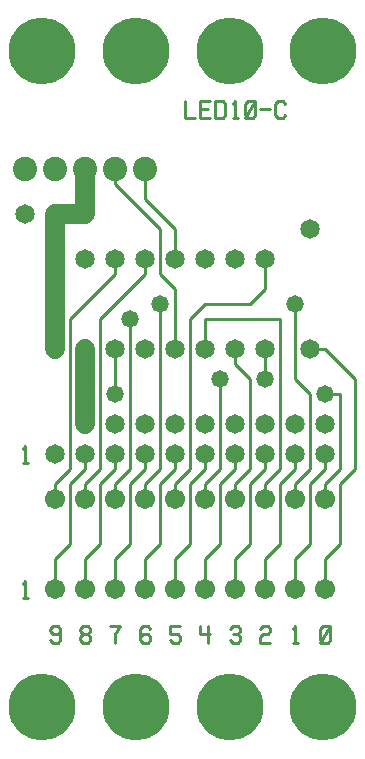
<source format=gtl>
%MOIN*%
%FSLAX25Y25*%
G04 D10 used for Character Trace; *
G04     Circle (OD=.01000) (No hole)*
G04 D11 used for Power Trace; *
G04     Circle (OD=.06700) (No hole)*
G04 D12 used for Signal Trace; *
G04     Circle (OD=.01100) (No hole)*
G04 D13 used for Via; *
G04     Circle (OD=.05800) (Round. Hole ID=.02800)*
G04 D14 used for Component hole; *
G04     Circle (OD=.06500) (Round. Hole ID=.03500)*
G04 D15 used for Component hole; *
G04     Circle (OD=.06700) (Round. Hole ID=.04300)*
G04 D16 used for Component hole; *
G04     Circle (OD=.08100) (Round. Hole ID=.05100)*
G04 D17 used for Component hole; *
G04     Circle (OD=.08900) (Round. Hole ID=.05900)*
G04 D18 used for Component hole; *
G04     Circle (OD=.11300) (Round. Hole ID=.08300)*
G04 D19 used for Component hole; *
G04     Circle (OD=.16000) (Round. Hole ID=.13000)*
G04 D20 used for Component hole; *
G04     Circle (OD=.18300) (Round. Hole ID=.15300)*
G04 D21 used for Component hole; *
G04     Circle (OD=.22291) (Round. Hole ID=.19291)*
%ADD10C,.01000*%
%ADD11C,.06700*%
%ADD12C,.01100*%
%ADD13C,.05800*%
%ADD14C,.06500*%
%ADD15C,.06700*%
%ADD16C,.08100*%
%ADD17C,.08900*%
%ADD18C,.11300*%
%ADD19C,.16000*%
%ADD20C,.18300*%
%ADD21C,.22291*%
%IPPOS*%
%LPD*%
G90*X0Y0D02*D21*X15625Y15625D03*D10*              
X38326Y42871D02*X41674D01*X40000Y40000D01*        
Y37129D01*X29163Y40000D02*X28326Y40957D01*        
Y41914D01*X29163Y42871D01*X30837D01*              
X31674Y41914D01*Y40957D01*X30837Y40000D01*        
X29163D01*X28326Y39043D01*Y38086D01*              
X29163Y37129D01*X30837D01*X31674Y38086D01*        
Y39043D01*X30837Y40000D01*X21674Y40957D02*        
X20837Y40000D01*X19163D01*X18326Y40957D01*        
Y41914D01*X19163Y42871D01*X20837D01*              
X21674Y41914D01*Y38086D01*X20837Y37129D01*        
X19163D01*X18326Y38086D01*D21*X46875Y15625D03*D10*
X51674Y41914D02*X50837Y42871D01*X49163D01*        
X48326Y41914D01*Y38086D01*X49163Y37129D01*        
X50837D01*X51674Y38086D01*Y39043D01*              
X50837Y40000D01*X49163D01*X48326Y39043D01*D15*    
X50000Y55000D03*D12*Y65000D01*X55000Y70000D01*    
Y90000D01*X60000Y95000D01*Y100000D01*D14*D03*D12* 
Y90000D02*X65000Y95000D01*X60000Y85000D02*        
Y90000D01*D15*Y85000D03*D12*X65000Y70000D02*      
Y90000D01*X60000Y65000D02*X65000Y70000D01*        
X60000Y55000D02*Y65000D01*D15*Y55000D03*D12*      
X70000D02*Y65000D01*D15*Y55000D03*D12*X80000D02*  
Y65000D01*D15*Y55000D03*D12*X90000D02*Y65000D01*  
D15*Y55000D03*D12*X100000D02*Y65000D01*D15*       
Y55000D03*D12*X110000D02*Y65000D01*D15*Y55000D03* 
D12*X100000Y65000D02*X105000Y70000D01*Y90000D01*  
X110000Y95000D01*Y100000D01*D14*D03*D12*Y90000D02*
X115000Y95000D01*X110000Y85000D02*Y90000D01*D15*  
Y85000D03*D12*X115000Y70000D02*Y90000D01*         
X110000Y65000D02*X115000Y70000D01*X90000Y65000D02*
X95000Y70000D01*Y90000D01*X100000Y95000D01*       
Y100000D01*D14*D03*D12*Y90000D02*X105000Y95000D01*
X100000Y85000D02*Y90000D01*D15*Y85000D03*D12*     
X85000Y90000D02*X90000Y95000D01*X85000Y70000D02*  
Y90000D01*X80000Y65000D02*X85000Y70000D01*        
X70000Y65000D02*X75000Y70000D01*Y90000D01*        
X80000Y95000D01*Y100000D01*D14*D03*D12*Y90000D02* 
X85000Y95000D01*X80000Y85000D02*Y90000D01*D15*    
Y85000D03*D12*X90000Y95000D02*Y100000D01*D14*D03* 
D12*Y90000D02*X95000Y95000D01*X90000Y85000D02*    
Y90000D01*D15*Y85000D03*D12*X95000Y95000D02*      
Y145000D01*X70000D01*Y135000D01*D14*D03*D12*      
X85000Y125000D02*X80000Y130000D01*X85000Y95000D02*
Y125000D01*X70000Y90000D02*X75000Y95000D01*       
X70000Y85000D02*Y90000D01*D15*Y85000D03*D12*      
X65000Y90000D02*X70000Y95000D01*Y100000D01*D14*   
D03*D12*X75000Y95000D02*Y125000D01*D13*D03*D12*   
X80000Y130000D02*Y135000D01*D14*D03*D13*          
X90000Y125000D03*D12*Y135000D01*D14*D03*D12*      
X105000Y120000D02*X100000Y125000D01*              
X105000Y95000D02*Y120000D01*X115000Y90000D02*     
X120000Y95000D01*Y125000D01*X110000Y135000D01*    
X105000D01*D14*D03*D12*X100000Y125000D02*         
Y150000D01*D13*D03*D12*X85000D02*X90000Y155000D01*
X70000Y150000D02*X85000D01*X65000Y145000D02*      
X70000Y150000D01*X65000Y95000D02*Y145000D01*      
X50000Y90000D02*X55000Y95000D01*X50000Y85000D02*  
Y90000D01*D15*Y85000D03*D12*X45000Y70000D02*      
Y90000D01*X40000Y65000D02*X45000Y70000D01*        
X40000Y55000D02*Y65000D01*D15*Y55000D03*D12*      
X30000D02*Y65000D01*D15*Y55000D03*D12*X20000D02*  
Y65000D01*D15*Y55000D03*D12*X30000Y65000D02*      
X35000Y70000D01*Y90000D01*X40000Y95000D01*        
Y100000D01*D14*D03*D12*Y90000D02*X45000Y95000D01* 
X40000Y85000D02*Y90000D01*D15*Y85000D03*D12*      
X45000Y90000D02*X50000Y95000D01*Y100000D01*D14*   
D03*D12*X55000Y95000D02*Y150000D01*D13*D03*D12*   
X60000Y135000D02*Y155000D01*D14*Y135000D03*       
X50000D03*D13*X45000Y145000D03*D12*Y95000D01*     
X30000Y90000D02*X35000Y95000D01*X30000Y85000D02*  
Y90000D01*D15*Y85000D03*D12*X25000Y70000D02*      
Y90000D01*X20000Y65000D02*X25000Y70000D01*D10*    
X9163Y56914D02*X10000Y57871D01*Y52129D01*X9163D02*
X10837D01*D15*X20000Y85000D03*D12*Y90000D01*      
X25000Y95000D01*Y145000D01*X40000Y160000D01*      
Y165000D01*D14*D03*D12*X35000Y145000D02*          
X50000Y160000D01*X35000Y95000D02*Y145000D01*D14*  
X30000Y100000D03*D12*Y95000D01*X25000Y90000D01*   
D14*X20000Y100000D03*D10*X9163Y101914D02*         
X10000Y102871D01*Y97129D01*X9163D02*X10837D01*D14*
X40000Y110000D03*X30000D03*D11*Y135000D01*D14*D03*
X40000D03*D12*Y120000D01*D13*D03*D14*             
X50000Y110000D03*D13*X20000Y135000D03*D11*        
Y180000D01*X30000D01*D14*D03*D11*Y195000D01*D16*  
D03*D12*X55000Y175000D02*X40000Y190000D01*        
X55000Y160000D02*Y175000D01*X60000Y155000D02*     
X55000Y160000D01*D14*X70000Y165000D03*X50000D03*  
D12*Y160000D01*D14*X60000Y165000D03*D12*          
Y175000D01*X50000Y185000D01*Y195000D01*D16*D03*   
X40000D03*D12*Y190000D01*D16*X20000Y195000D03*D10*
X63326Y217871D02*Y212129D01*X66674D01*X71674D02*  
X68326D01*Y217871D01*X71674D01*X68326Y215000D02*  
X70837D01*X73326Y212129D02*Y217871D01*X75837D01*  
X76674Y216914D01*Y213086D01*X75837Y212129D01*     
X73326D01*X79163Y216914D02*X80000Y217871D01*      
Y212129D01*X79163D02*X80837D01*X86674Y213086D02*  
X85837Y212129D01*X84163D01*X83326Y213086D01*      
Y216914D01*X84163Y217871D01*X85837D01*            
X86674Y216914D01*Y213086D01*X83326Y212129D02*     
X86674Y217871D01*X88326Y215000D02*X91674D01*      
X96674Y213086D02*X95837Y212129D01*X94163D01*      
X93326Y213086D01*Y216914D01*X94163Y217871D01*     
X95837D01*X96674Y216914D01*D14*X30000Y165000D03*  
D16*X10000Y195000D03*D14*Y180000D03*              
X80000Y165000D03*D21*X78125Y234375D03*X46875D03*  
X15625D03*D12*X90000Y155000D02*Y165000D01*D14*D03*
X105000Y175000D03*D13*X110000Y120000D03*D12*      
X115000D01*Y95000D01*D14*X100000Y110000D03*       
X110000D03*X90000D03*X80000D03*X70000D03*D10*     
X61674Y42871D02*X58326D01*Y40000D01*X60837D01*    
X61674Y39043D01*Y38086D01*X60837Y37129D01*        
X59163D01*X58326Y38086D01*X70837Y42871D02*        
Y37129D01*X68326Y42871D02*Y40000D01*X71674D01*    
X78326Y41914D02*X79163Y42871D01*X80837D01*        
X81674Y41914D01*Y40957D01*X80837Y40000D01*        
X79163D01*X80837D02*X81674Y39043D01*Y38086D01*    
X80837Y37129D01*X79163D01*X78326Y38086D01*        
X88326Y41914D02*X89163Y42871D01*X90837D01*        
X91674Y41914D01*Y40957D01*X90837Y40000D01*        
X89163D01*X88326Y39043D01*Y37129D01*X91674D01*D14*
X60000Y110000D03*D10*X99163Y41914D02*             
X100000Y42871D01*Y37129D01*X99163D02*X100837D01*  
X111674Y38086D02*X110837Y37129D01*X109163D01*     
X108326Y38086D01*Y41914D01*X109163Y42871D01*      
X110837D01*X111674Y41914D01*Y38086D01*            
X108326Y37129D02*X111674Y42871D01*D21*            
X78125Y15625D03*X109375D03*Y234375D03*M02*        

</source>
